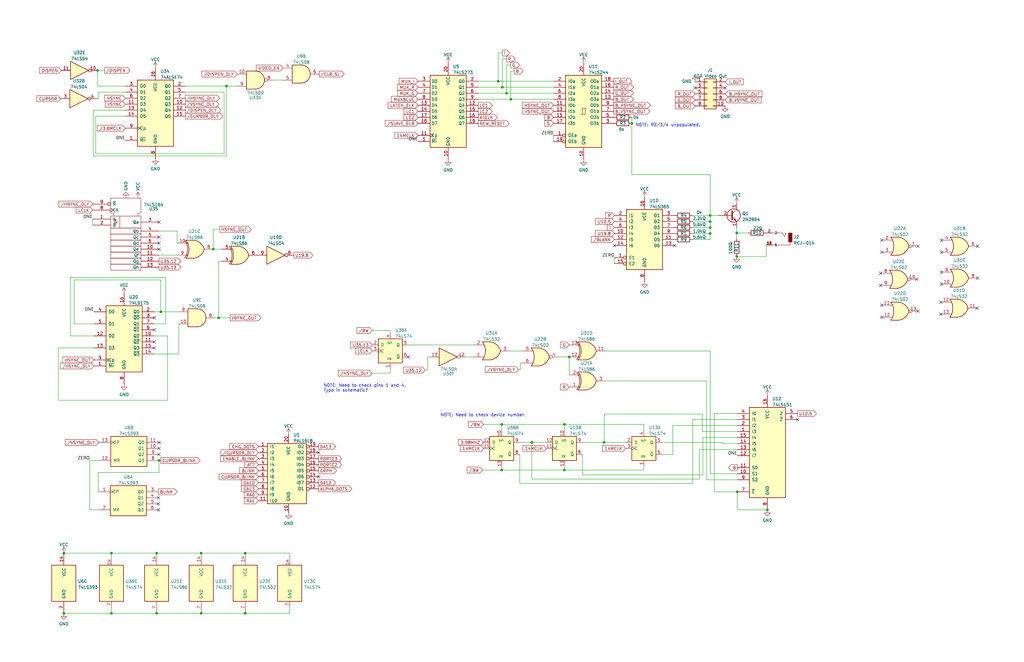
<source format=kicad_sch>
(kicad_sch (version 20211123) (generator eeschema)
  (paper "B")
  (title_block (title "Lomas Color Magic Redux") (date "2023-04-14") (rev "1.0-001") (company "Lomas Data Produtcs") (comment 1 "Redraw/modifications (c) Richard A. Cini") (comment 2 "Schematic page 1A"))
  (junction (at 237.998 198.374))
  (junction (at 46.99 258.826))
  (junction (at 211.836 36.83))
  (junction (at 224.282 186.69))
  (junction (at 84.836 233.426))
  (junction (at 310.642 108.204))
  (junction (at 299.466 98.552))
  (junction (at 323.596 215.138))
  (junction (at 266.446 52.07))
  (junction (at 95.504 36.322))
  (junction (at 310.896 207.518))
  (junction (at 26.924 233.426))
  (junction (at 215.392 41.91))
  (junction (at 299.466 93.472))
  (junction (at 210.058 34.29))
  (junction (at 41.148 29.718))
  (junction (at 299.466 96.012))
  (junction (at 67.056 194.31))
  (junction (at 103.378 233.426))
  (junction (at 84.836 258.826))
  (junction (at 67.818 131.572))
  (junction (at 66.04 233.426))
  (junction (at 46.99 233.426))
  (junction (at 211.582 198.374))
  (junction (at 310.642 98.298))
  (junction (at 26.924 258.826))
  (junction (at 213.614 39.37))
  (junction (at 89.916 105.156))
  (junction (at 92.202 134.112))
  (junction (at 254.762 186.69))
  (junction (at 66.04 258.826))
  (junction (at 299.466 90.932))
  (junction (at 237.998 179.07))
  (junction (at 211.582 179.07))
  (junction (at 103.378 258.826))
  (junction (at 240.03 150.622))
  (no_connect (at 412.242 103.886))
  (no_connect (at 387.096 103.886))
  (no_connect (at 396.748 127.508))
  (no_connect (at 65.024 134.112))
  (no_connect (at 412.242 117.348))
  (no_connect (at 371.856 101.346))
  (no_connect (at 134.366 201.168))
  (no_connect (at 397.002 101.346))
  (no_connect (at 305.816 37.084))
  (no_connect (at 386.588 117.856))
  (no_connect (at 387.096 131.318))
  (no_connect (at 65.024 146.812))
  (no_connect (at 284.48 103.632))
  (no_connect (at 371.348 120.396))
  (no_connect (at 66.802 210.058))
  (no_connect (at 66.802 215.138))
  (no_connect (at 134.366 191.008))
  (no_connect (at 67.056 191.77))
  (no_connect (at 293.116 37.084))
  (no_connect (at 371.348 115.316))
  (no_connect (at 396.748 132.588))
  (no_connect (at 259.08 103.632))
  (no_connect (at 411.988 130.048))
  (no_connect (at 67.056 100.076))
  (no_connect (at 67.056 189.23))
  (no_connect (at 67.056 105.156))
  (no_connect (at 371.856 133.858))
  (no_connect (at 65.024 144.272))
  (no_connect (at 397.002 106.426))
  (no_connect (at 397.002 119.888))
  (no_connect (at 172.212 150.622))
  (no_connect (at 371.856 128.778))
  (no_connect (at 397.002 114.808))
  (no_connect (at 65.024 139.192))
  (no_connect (at 67.056 186.69))
  (no_connect (at 336.296 177.038))
  (no_connect (at 66.802 212.598))
  (no_connect (at 67.056 102.616))
  (no_connect (at 67.056 93.726))
  (no_connect (at 371.856 106.426))
  (wire (pts (xy 29.718 117.094) (xy 69.85 117.094)))
  (wire (pts (xy 164.592 139.446) (xy 164.592 140.462)))
  (wire (pts (xy 304.8 187.198) (xy 310.896 187.198)))
  (wire (pts (xy 31.242 136.652) (xy 31.242 118.11)))
  (wire (pts (xy 292.1 98.552) (xy 299.466 98.552)))
  (wire (pts (xy 310.642 98.298) (xy 310.642 100.584)))
  (wire (pts (xy 39.624 136.652) (xy 31.242 136.652)))
  (wire (pts (xy 97.028 134.112) (xy 92.202 134.112)))
  (wire (pts (xy 89.916 96.774) (xy 89.916 105.156)))
  (wire (pts (xy 310.896 199.898) (xy 299.466 199.898)))
  (wire (pts (xy 156.972 139.446) (xy 164.592 139.446)))
  (wire (pts (xy 219.202 186.69) (xy 224.282 186.69)))
  (wire (pts (xy 214.884 148.082) (xy 220.218 148.082)))
  (wire (pts (xy 39.37 65.786) (xy 39.37 46.482)))
  (wire (pts (xy 297.942 202.438) (xy 297.942 160.782)))
  (wire (pts (xy 122.174 235.966) (xy 122.174 233.426)))
  (wire (pts (xy 40.386 64.77) (xy 40.386 49.022)))
  (wire (pts (xy 90.678 134.112) (xy 92.202 134.112)))
  (wire (pts (xy 164.592 157.48) (xy 156.972 157.48)))
  (wire (pts (xy 259.08 108.712) (xy 259.08 111.252)))
  (wire (pts (xy 235.458 150.622) (xy 240.03 150.622)))
  (wire (pts (xy 299.466 96.012) (xy 299.466 93.472)))
  (wire (pts (xy 89.916 105.156) (xy 93.472 105.156)))
  (wire (pts (xy 296.418 200.406) (xy 245.618 200.406)))
  (wire (pts (xy 26.924 258.826) (xy 46.99 258.826)))
  (wire (pts (xy 67.056 199.39) (xy 41.402 199.39)))
  (wire (pts (xy 310.642 96.012) (xy 310.642 98.298)))
  (wire (pts (xy 271.526 196.85) (xy 271.526 198.374)))
  (wire (pts (xy 46.99 233.426) (xy 66.04 233.426)))
  (wire (pts (xy 310.896 207.518) (xy 301.244 207.518)))
  (wire (pts (xy 95.504 36.322) (xy 100.076 36.322)))
  (wire (pts (xy 37.846 215.138) (xy 41.402 215.138)))
  (wire (pts (xy 122.174 258.826) (xy 103.378 258.826)))
  (wire (pts (xy 29.718 141.732) (xy 39.624 141.732)))
  (wire (pts (xy 39.37 46.482) (xy 52.832 46.482)))
  (wire (pts (xy 67.818 131.572) (xy 75.438 131.572)))
  (wire (pts (xy 211.836 24.892) (xy 211.836 36.83)))
  (wire (pts (xy 215.392 29.972) (xy 215.392 41.91)))
  (wire (pts (xy 180.34 156.21) (xy 180.34 150.622)))
  (wire (pts (xy 292.1 93.472) (xy 299.466 93.472)))
  (wire (pts (xy 292.1 96.012) (xy 299.466 96.012)))
  (wire (pts (xy 266.446 49.53) (xy 266.446 52.07)))
  (wire (pts (xy 67.056 194.31) (xy 67.818 194.31)))
  (wire (pts (xy 211.836 36.83) (xy 233.426 36.83)))
  (wire (pts (xy 24.638 146.812) (xy 39.624 146.812)))
  (wire (pts (xy 24.638 168.91) (xy 70.612 168.91)))
  (wire (pts (xy 310.896 182.118) (xy 296.164 182.118)))
  (wire (pts (xy 323.088 108.204) (xy 310.642 108.204)))
  (wire (pts (xy 292.1 203.962) (xy 219.202 203.962)))
  (wire (pts (xy 292.1 101.092) (xy 299.466 101.092)))
  (wire (pts (xy 65.024 131.572) (xy 67.818 131.572)))
  (wire (pts (xy 210.058 22.352) (xy 210.058 34.29)))
  (wire (pts (xy 279.146 186.69) (xy 304.8 186.69)))
  (wire (pts (xy 78.232 38.862) (xy 94.488 38.862)))
  (wire (pts (xy 65.024 149.352) (xy 75.438 149.352)))
  (wire (pts (xy 279.146 191.77) (xy 283.718 191.77)))
  (wire (pts (xy 211.582 179.07) (xy 237.998 179.07)))
  (wire (pts (xy 41.148 36.322) (xy 52.832 36.322)))
  (wire (pts (xy 40.894 41.656) (xy 41.656 41.656)))
  (wire (pts (xy 310.642 98.298) (xy 315.468 98.298)))
  (wire (pts (xy 310.896 202.438) (xy 297.942 202.438)))
  (wire (pts (xy 46.99 233.426) (xy 46.99 235.966)))
  (wire (pts (xy 283.718 191.77) (xy 283.718 179.578)))
  (wire (pts (xy 40.386 49.022) (xy 52.832 49.022)))
  (wire (pts (xy 299.466 73.66) (xy 299.466 90.932)))
  (wire (pts (xy 29.718 141.732) (xy 29.718 117.094)))
  (wire (pts (xy 203.962 179.07) (xy 211.582 179.07)))
  (wire (pts (xy 213.614 39.37) (xy 233.426 39.37)))
  (wire (pts (xy 237.998 198.374) (xy 271.526 198.374)))
  (wire (pts (xy 254.762 174.752) (xy 254.762 186.69)))
  (wire (pts (xy 213.614 24.892) (xy 211.836 24.892)))
  (wire (pts (xy 210.058 34.29) (xy 233.426 34.29)))
  (wire (pts (xy 92.202 110.236) (xy 92.202 134.112)))
  (wire (pts (xy 41.656 41.656) (xy 41.656 38.862)))
  (wire (pts (xy 299.466 98.552) (xy 299.466 96.012)))
  (wire (pts (xy 294.894 189.738) (xy 294.894 202.184)))
  (wire (pts (xy 70.612 141.732) (xy 70.612 168.91)))
  (wire (pts (xy 164.592 155.702) (xy 164.592 157.48)))
  (wire (pts (xy 294.894 202.184) (xy 224.282 202.184)))
  (wire (pts (xy 46.99 258.826) (xy 66.04 258.826)))
  (wire (pts (xy 95.504 36.322) (xy 95.504 65.786)))
  (wire (pts (xy 41.656 38.862) (xy 52.832 38.862)))
  (wire (pts (xy 215.392 27.432) (xy 213.614 27.432)))
  (wire (pts (xy 65.024 141.732) (xy 70.612 141.732)))
  (wire (pts (xy 24.638 168.91) (xy 24.638 146.812)))
  (wire (pts (xy 255.27 160.782) (xy 297.942 160.782)))
  (wire (pts (xy 296.164 182.118) (xy 296.164 174.752)))
  (wire (pts (xy 92.202 110.236) (xy 93.472 110.236)))
  (wire (pts (xy 237.998 179.07) (xy 237.998 181.61)))
  (wire (pts (xy 296.418 184.658) (xy 296.418 200.406)))
  (wire (pts (xy 74.676 97.536) (xy 67.056 97.536)))
  (wire (pts (xy 122.174 256.286) (xy 122.174 258.826)))
  (wire (pts (xy 299.466 101.092) (xy 299.466 98.552)))
  (wire (pts (xy 310.896 215.138) (xy 310.896 207.518)))
  (wire (pts (xy 213.614 27.432) (xy 213.614 39.37)))
  (wire (pts (xy 66.04 258.826) (xy 84.836 258.826)))
  (wire (pts (xy 245.618 200.406) (xy 245.618 191.77)))
  (wire (pts (xy 122.174 233.426) (xy 103.378 233.426)))
  (wire (pts (xy 266.446 73.66) (xy 299.466 73.66)))
  (wire (pts (xy 304.8 186.69) (xy 304.8 187.198)))
  (wire (pts (xy 323.596 215.138) (xy 310.896 215.138)))
  (wire (pts (xy 237.998 179.07) (xy 271.526 179.07)))
  (wire (pts (xy 310.896 177.038) (xy 292.1 177.038)))
  (wire (pts (xy 255.27 148.082) (xy 299.466 148.082)))
  (wire (pts (xy 233.426 57.15) (xy 233.426 59.69)))
  (wire (pts (xy 219.456 153.162) (xy 220.218 153.162)))
  (wire (pts (xy 299.466 199.898) (xy 299.466 148.082)))
  (wire (pts (xy 201.676 39.37) (xy 213.614 39.37)))
  (wire (pts (xy 115.316 33.782) (xy 119.38 33.782)))
  (wire (pts (xy 74.676 102.616) (xy 74.676 97.536)))
  (wire (pts (xy 67.056 194.31) (xy 67.056 199.39)))
  (wire (pts (xy 292.1 177.038) (xy 292.1 203.962)))
  (wire (pts (xy 31.242 118.11) (xy 67.818 118.11)))
  (wire (pts (xy 211.582 198.374) (xy 237.998 198.374)))
  (wire (pts (xy 219.202 191.77) (xy 219.202 203.962)))
  (wire (pts (xy 196.596 150.622) (xy 199.644 150.622)))
  (wire (pts (xy 69.85 117.094) (xy 69.85 136.652)))
  (wire (pts (xy 84.836 233.426) (xy 103.378 233.426)))
  (wire (pts (xy 254.762 186.69) (xy 263.906 186.69)))
  (wire (pts (xy 179.324 156.21) (xy 180.34 156.21)))
  (wire (pts (xy 41.656 194.31) (xy 37.846 194.31)))
  (wire (pts (xy 41.148 29.718) (xy 44.196 29.718)))
  (wire (pts (xy 201.676 36.83) (xy 211.836 36.83)))
  (wire (pts (xy 237.998 198.374) (xy 237.998 196.85)))
  (wire (pts (xy 323.088 103.378) (xy 323.088 108.204)))
  (wire (pts (xy 211.836 22.352) (xy 210.058 22.352)))
  (wire (pts (xy 271.526 179.07) (xy 271.526 181.61)))
  (wire (pts (xy 201.676 41.91) (xy 215.392 41.91)))
  (wire (pts (xy 180.34 150.622) (xy 181.356 150.622)))
  (wire (pts (xy 67.818 118.11) (xy 67.818 131.572)))
  (wire (pts (xy 40.386 64.77) (xy 94.488 64.77)))
  (wire (pts (xy 301.244 174.498) (xy 310.896 174.498)))
  (wire (pts (xy 201.676 34.29) (xy 210.058 34.29)))
  (wire (pts (xy 218.694 155.956) (xy 219.456 155.956)))
  (wire (pts (xy 299.466 93.472) (xy 299.466 90.932)))
  (wire (pts (xy 224.282 186.69) (xy 224.282 202.184)))
  (wire (pts (xy 203.454 198.374) (xy 211.582 198.374)))
  (wire (pts (xy 299.466 90.932) (xy 303.022 90.932)))
  (wire (pts (xy 172.212 145.542) (xy 199.644 145.542)))
  (wire (pts (xy 37.846 194.31) (xy 37.846 215.138)))
  (wire (pts (xy 39.116 92.456) (xy 39.116 94.996)))
  (wire (pts (xy 266.446 52.07) (xy 266.446 73.66)))
  (wire (pts (xy 95.504 65.786) (xy 39.37 65.786)))
  (wire (pts (xy 41.148 29.718) (xy 41.148 36.322)))
  (wire (pts (xy 240.03 150.622) (xy 240.03 158.242)))
  (wire (pts (xy 84.836 258.826) (xy 103.378 258.826)))
  (wire (pts (xy 296.164 174.752) (xy 254.762 174.752)))
  (wire (pts (xy 94.488 38.862) (xy 94.488 64.77)))
  (wire (pts (xy 216.916 29.972) (xy 215.392 29.972)))
  (wire (pts (xy 69.85 136.652) (xy 65.024 136.652)))
  (wire (pts (xy 310.896 184.658) (xy 296.418 184.658)))
  (wire (pts (xy 46.99 258.826) (xy 46.99 256.286)))
  (wire (pts (xy 292.1 90.932) (xy 299.466 90.932)))
  (wire (pts (xy 26.924 233.426) (xy 46.99 233.426)))
  (wire (pts (xy 310.896 189.738) (xy 294.894 189.738)))
  (wire (pts (xy 78.232 36.322) (xy 95.504 36.322)))
  (wire (pts (xy 67.056 107.696) (xy 74.676 107.696)))
  (wire (pts (xy 75.438 149.352) (xy 75.438 136.652)))
  (wire (pts (xy 283.718 179.578) (xy 310.896 179.578)))
  (wire (pts (xy 211.582 198.374) (xy 211.582 196.85)))
  (wire (pts (xy 41.402 199.39) (xy 41.402 207.518)))
  (wire (pts (xy 66.04 233.426) (xy 84.836 233.426)))
  (wire (pts (xy 215.392 41.91) (xy 233.426 41.91)))
  (wire (pts (xy 301.244 207.518) (xy 301.244 174.498)))
  (wire (pts (xy 245.618 186.69) (xy 254.762 186.69)))
  (wire (pts (xy 92.71 96.774) (xy 89.916 96.774)))
  (wire (pts (xy 224.282 186.69) (xy 230.378 186.69)))
  (wire (pts (xy 219.456 155.956) (xy 219.456 153.162)))
  (wire (pts (xy 211.582 179.07) (xy 211.582 181.61)))
  (text "NOTE: Need to check pins 1 and 4.\nTypo in schematic?" (at 136.398 165.608 0) (effects (font (size 1.27 1.27)) (justify left bottom)))
  (text "NOTE: R2/3/4 unpopulated." (at 267.97 53.594 0) (effects (font (size 1.27 1.27)) (justify left bottom)))
  (text "NOTE: Need to check device number." (at 185.674 176.022 0) (effects (font (size 1.27 1.27)) (justify left bottom)))
  (label "ZERO" (at 37.846 194.31 180))
  (label "ONE" (at 39.116 92.456 180))
  (label "ONE" (at 39.624 131.572 180))
  (label "ONE" (at 176.276 59.69 180))
  (label "ONE" (at 310.896 192.278 180))
  (label "ZERO" (at 259.08 108.712 180))
  (label "ZERO" (at 233.426 57.15 180))
  (label "ONE" (at 52.832 59.182 180))
  (global_label "{slash}3.6MCLK" (shape input) (at 52.832 54.102 180) (property "Intersheet References" "${INTERSHEET_REFS}" (effects hide)))
  (global_label "AT7" (shape input) (at 108.966 196.088 180) (property "Intersheet References" "${INTERSHEET_REFS}" (effects hide)))
  (global_label "U35.12" (shape output) (at 67.056 110.236 0) (property "Intersheet References" "${INTERSHEET_REFS}" (effects hide)))
  (global_label "14MCLK" (shape input) (at 230.378 189.23 180) (property "Intersheet References" "${INTERSHEET_REFS}" (effects hide)))
  (global_label "DISPEN" (shape input) (at 25.908 29.718 180) (property "Intersheet References" "${INTERSHEET_REFS}" (effects hide)))
  (global_label "{slash}DISPEN" (shape output) (at 44.196 29.718 0) (property "Intersheet References" "${INTERSHEET_REFS}" (effects hide)))
  (global_label "{slash}BW" (shape input) (at 203.962 179.07 180) (property "Intersheet References" "${INTERSHEET_REFS}" (effects hide)))
  (global_label "VSYNC" (shape input) (at 52.832 43.942 180) (property "Intersheet References" "${INTERSHEET_REFS}" (effects hide)))
  (global_label "RA1" (shape input) (at 108.966 211.328 180) (property "Intersheet References" "${INTERSHEET_REFS}" (effects hide)))
  (global_label "VSYNC_OUT" (shape output) (at 97.028 134.112 0) (property "Intersheet References" "${INTERSHEET_REFS}" (effects hide)))
  (global_label "R_OUT" (shape input) (at 293.116 39.624 180) (property "Intersheet References" "${INTERSHEET_REFS}" (effects hide)))
  (global_label "G" (shape input) (at 233.426 52.07 180) (property "Intersheet References" "${INTERSHEET_REFS}" (effects hide)))
  (global_label "LCLK" (shape input) (at 156.972 148.082 180) (property "Intersheet References" "${INTERSHEET_REFS}" (effects hide)))
  (global_label "RA0" (shape input) (at 108.966 208.788 180) (property "Intersheet References" "${INTERSHEET_REFS}" (effects hide)))
  (global_label "U12.5" (shape output) (at 336.296 174.498 0) (property "Intersheet References" "${INTERSHEET_REFS}" (effects hide)))
  (global_label "{slash}HSYNC_DLY" (shape output) (at 78.232 41.402 0) (property "Intersheet References" "${INTERSHEET_REFS}" (effects hide)))
  (global_label "LC2" (shape output) (at 201.676 46.99 0) (property "Intersheet References" "${INTERSHEET_REFS}" (effects hide)))
  (global_label "CURSOR_BLINK" (shape output) (at 67.818 194.31 0) (property "Intersheet References" "${INTERSHEET_REFS}" (effects hide)))
  (global_label "{slash}VSYNC_DLY" (shape input) (at 218.694 155.956 180) (property "Intersheet References" "${INTERSHEET_REFS}" (effects hide)))
  (global_label "LC1" (shape output) (at 201.676 44.45 0) (property "Intersheet References" "${INTERSHEET_REFS}" (effects hide)))
  (global_label "VSYNC_OUT" (shape input) (at 233.426 46.99 180) (property "Intersheet References" "${INTERSHEET_REFS}" (effects hide)))
  (global_label "VIDEO_EN" (shape input) (at 119.38 28.702 180) (property "Intersheet References" "${INTERSHEET_REFS}" (effects hide)))
  (global_label "MUX_R" (shape input) (at 176.276 36.83 180) (property "Intersheet References" "${INTERSHEET_REFS}" (effects hide)))
  (global_label "GA12" (shape input) (at 108.966 203.708 180) (property "Intersheet References" "${INTERSHEET_REFS}" (effects hide)))
  (global_label "14MCLK" (shape input) (at 263.906 189.23 180) (property "Intersheet References" "${INTERSHEET_REFS}" (effects hide)))
  (global_label "U19.8" (shape input) (at 259.08 98.552 180) (property "Intersheet References" "${INTERSHEET_REFS}" (effects hide)))
  (global_label "14MCLK" (shape input) (at 203.962 189.23 180) (property "Intersheet References" "${INTERSHEET_REFS}" (effects hide)))
  (global_label "NEW_RESET" (shape output) (at 201.676 52.07 0) (property "Intersheet References" "${INTERSHEET_REFS}" (effects hide)))
  (global_label "I_OUT" (shape input) (at 305.816 34.544 0) (property "Intersheet References" "${INTERSHEET_REFS}" (effects hide)))
  (global_label "ALPHA_DOTS" (shape output) (at 134.366 206.248 0) (property "Intersheet References" "${INTERSHEET_REFS}" (effects hide)))
  (global_label "B_OUT" (shape input) (at 293.116 44.704 180) (property "Intersheet References" "${INTERSHEET_REFS}" (effects hide)))
  (global_label "BLINK" (shape output) (at 66.802 207.518 0) (property "Intersheet References" "${INTERSHEET_REFS}" (effects hide)))
  (global_label "B_VSYNC_OUT" (shape output) (at 258.826 46.99 0) (property "Intersheet References" "${INTERSHEET_REFS}" (effects hide)))
  (global_label "U35.13" (shape output) (at 67.056 112.776 0) (property "Intersheet References" "${INTERSHEET_REFS}" (effects hide)))
  (global_label "B" (shape input) (at 233.426 49.53 180) (property "Intersheet References" "${INTERSHEET_REFS}" (effects hide)))
  (global_label "LC1" (shape input) (at 176.276 46.99 180) (property "Intersheet References" "${INTERSHEET_REFS}" (effects hide)))
  (global_label "HSYNC_OUT" (shape input) (at 233.426 44.45 180) (property "Intersheet References" "${INTERSHEET_REFS}" (effects hide)))
  (global_label "PORTC2" (shape output) (at 134.366 196.088 0) (property "Intersheet References" "${INTERSHEET_REFS}" (effects hide)))
  (global_label "HSYNC_OUT" (shape input) (at 39.624 151.892 180) (property "Intersheet References" "${INTERSHEET_REFS}" (effects hide)))
  (global_label "U19.8" (shape output) (at 123.952 107.696 0) (property "Intersheet References" "${INTERSHEET_REFS}" (effects hide)))
  (global_label "B" (shape output) (at 310.896 197.358 180) (property "Intersheet References" "${INTERSHEET_REFS}" (effects hide)))
  (global_label "U12.5" (shape input) (at 259.08 93.472 180) (property "Intersheet References" "${INTERSHEET_REFS}" (effects hide)))
  (global_label "{slash}CURSOR_DLY" (shape output) (at 78.232 49.022 0) (property "Intersheet References" "${INTERSHEET_REFS}" (effects hide)))
  (global_label "PORTC3" (shape output) (at 134.366 193.548 0) (property "Intersheet References" "${INTERSHEET_REFS}" (effects hide)))
  (global_label "{slash}BW" (shape input) (at 203.454 198.374 180) (property "Intersheet References" "${INTERSHEET_REFS}" (effects hide)))
  (global_label "{slash}BW" (shape input) (at 156.972 139.446 180) (property "Intersheet References" "${INTERSHEET_REFS}" (effects hide)))
  (global_label "U35.12" (shape input) (at 179.324 156.21 180) (property "Intersheet References" "${INTERSHEET_REFS}" (effects hide)))
  (global_label "CHG_DOTS" (shape input) (at 108.966 188.468 180) (property "Intersheet References" "${INTERSHEET_REFS}" (effects hide)))
  (global_label "{slash}DISPEN_DLY" (shape output) (at 78.232 46.482 0) (property "Intersheet References" "${INTERSHEET_REFS}" (effects hide)))
  (global_label "G" (shape input) (at 240.03 145.542 180) (property "Intersheet References" "${INTERSHEET_REFS}" (effects hide)))
  (global_label "G" (shape output) (at 215.392 27.432 0) (property "Intersheet References" "${INTERSHEET_REFS}" (effects hide)))
  (global_label "U35.13" (shape input) (at 156.972 145.542 180) (property "Intersheet References" "${INTERSHEET_REFS}" (effects hide)))
  (global_label "B_HSYNC_OUT" (shape input) (at 305.816 39.624 0) (property "Intersheet References" "${INTERSHEET_REFS}" (effects hide)))
  (global_label "G_OUT" (shape input) (at 293.116 42.164 180) (property "Intersheet References" "${INTERSHEET_REFS}" (effects hide)))
  (global_label "14MCLK" (shape input) (at 176.276 57.15 180) (property "Intersheet References" "${INTERSHEET_REFS}" (effects hide)))
  (global_label "I" (shape output) (at 211.836 22.352 0) (property "Intersheet References" "${INTERSHEET_REFS}" (effects hide)))
  (global_label "ATCLK" (shape output) (at 201.676 49.53 0) (property "Intersheet References" "${INTERSHEET_REFS}" (effects hide)))
  (global_label "{slash}BLANK" (shape input) (at 259.08 101.092 180) (property "Intersheet References" "${INTERSHEET_REFS}" (effects hide)))
  (global_label "R" (shape input) (at 259.08 90.932 180) (property "Intersheet References" "${INTERSHEET_REFS}" (effects hide)))
  (global_label "3.58MHZ" (shape input) (at 203.962 186.69 180) (property "Intersheet References" "${INTERSHEET_REFS}" (effects hide)))
  (global_label "B" (shape output) (at 216.916 29.972 0) (property "Intersheet References" "${INTERSHEET_REFS}" (effects hide)))
  (global_label "BLINK" (shape input) (at 108.966 198.628 180) (property "Intersheet References" "${INTERSHEET_REFS}" (effects hide)))
  (global_label "LC2" (shape input) (at 176.276 49.53 180) (property "Intersheet References" "${INTERSHEET_REFS}" (effects hide)))
  (global_label "LCLK" (shape input) (at 39.116 88.646 180) (property "Intersheet References" "${INTERSHEET_REFS}" (effects hide)))
  (global_label "B_OUT" (shape output) (at 258.826 41.91 0) (property "Intersheet References" "${INTERSHEET_REFS}" (effects hide)))
  (global_label "ENABLE_BLINK" (shape input) (at 108.966 193.548 180) (property "Intersheet References" "${INTERSHEET_REFS}" (effects hide)))
  (global_label "B_HSYNC_OUT" (shape output) (at 258.826 44.45 0) (property "Intersheet References" "${INTERSHEET_REFS}" (effects hide)))
  (global_label "{slash}DISPEN_DLY" (shape input) (at 100.076 31.242 180) (property "Intersheet References" "${INTERSHEET_REFS}" (effects hide)))
  (global_label "R_OUT" (shape output) (at 258.826 36.83 0) (property "Intersheet References" "${INTERSHEET_REFS}" (effects hide)))
  (global_label "CURSOR_BLINK" (shape input) (at 108.966 201.168 180) (property "Intersheet References" "${INTERSHEET_REFS}" (effects hide)))
  (global_label "{slash}VSYNC_DLY" (shape input) (at 41.656 186.69 180) (property "Intersheet References" "${INTERSHEET_REFS}" (effects hide)))
  (global_label "{slash}HSYNC_DLY" (shape input) (at 156.972 157.48 180) (property "Intersheet References" "${INTERSHEET_REFS}" (effects hide)))
  (global_label "I_OUT" (shape output) (at 258.826 34.29 0) (property "Intersheet References" "${INTERSHEET_REFS}" (effects hide)))
  (global_label "LATCH_CLK" (shape input) (at 176.276 44.45 180) (property "Intersheet References" "${INTERSHEET_REFS}" (effects hide)))
  (global_label "DA13" (shape output) (at 134.366 188.468 0) (property "Intersheet References" "${INTERSHEET_REFS}" (effects hide)))
  (global_label "MUX_G" (shape input) (at 176.276 39.37 180) (property "Intersheet References" "${INTERSHEET_REFS}" (effects hide)))
  (global_label "R" (shape output) (at 213.614 24.892 0) (property "Intersheet References" "${INTERSHEET_REFS}" (effects hide)))
  (global_label "{slash}HSYNC_DLY" (shape input) (at 39.116 86.106 180) (property "Intersheet References" "${INTERSHEET_REFS}" (effects hide)))
  (global_label "{slash}VSYNC_DLY" (shape input) (at 39.624 154.432 180) (property "Intersheet References" "${INTERSHEET_REFS}" (effects hide)))
  (global_label "{slash}VSYNC_DLY" (shape output) (at 78.232 43.942 0) (property "Intersheet References" "${INTERSHEET_REFS}" (effects hide)))
  (global_label "MUX_I" (shape input) (at 176.276 34.29 180) (property "Intersheet References" "${INTERSHEET_REFS}" (effects hide)))
  (global_label "GRPH" (shape output) (at 134.366 198.628 0) (property "Intersheet References" "${INTERSHEET_REFS}" (effects hide)))
  (global_label "B_VSYNC_OUT" (shape input) (at 305.816 42.164 0) (property "Intersheet References" "${INTERSHEET_REFS}" (effects hide)))
  (global_label "MUXBLUE" (shape input) (at 176.276 41.91 180) (property "Intersheet References" "${INTERSHEET_REFS}" (effects hide)))
  (global_label "{slash}CLR_SL" (shape output) (at 134.62 31.242 0) (property "Intersheet References" "${INTERSHEET_REFS}" (effects hide)))
  (global_label "G_OUT" (shape output) (at 258.826 39.37 0) (property "Intersheet References" "${INTERSHEET_REFS}" (effects hide)))
  (global_label "{slash}SLAVE_CLR" (shape input) (at 176.276 52.07 180) (property "Intersheet References" "${INTERSHEET_REFS}" (effects hide)))
  (global_label "DA12" (shape output) (at 134.366 203.708 0) (property "Intersheet References" "${INTERSHEET_REFS}" (effects hide)))
  (global_label "HSYNC_OUT" (shape output) (at 92.71 96.774 0) (property "Intersheet References" "${INTERSHEET_REFS}" (effects hide)))
  (global_label "{slash}CURSOR_DLY" (shape input) (at 108.966 191.008 180) (property "Intersheet References" "${INTERSHEET_REFS}" (effects hide)))
  (global_label "GA13" (shape input) (at 108.966 206.248 180) (property "Intersheet References" "${INTERSHEET_REFS}" (effects hide)))
  (global_label "I" (shape input) (at 259.08 96.012 180) (property "Intersheet References" "${INTERSHEET_REFS}" (effects hide)))
  (global_label "R" (shape input) (at 240.03 163.322 180) (property "Intersheet References" "${INTERSHEET_REFS}" (effects hide)))
  (global_label "CURSOR" (shape input) (at 25.654 41.656 180) (property "Intersheet References" "${INTERSHEET_REFS}" (effects hide)))
  (global_label "HSYNC" (shape input) (at 52.832 41.402 180) (property "Intersheet References" "${INTERSHEET_REFS}" (effects hide)))
  (symbol (lib_id "74xx:74LS74") (at 237.998 189.23 0) (unit 2)
    (property "Reference" "U13" (at 240.0174 180.4502 0) (effects (justify left)))
    (property "Value" "74LS74" (at 240.0174 182.9871 0) (effects (justify left)))
    (property "Footprint" "Package_DIP:DIP-14_W7.62mm_Socket_LongPads" (effects hide))
    (property "Datasheet" "74xx/74hc_hct74.pdf" (effects hide))
  )
  (symbol (lib_id "Device:R") (at 288.29 96.012 90) (unit 1)
    (property "Reference" "R6" (at 288.29 96.012 90))
    (property "Value" "5.6kQ" (at 294.894 94.742 90))
    (property "Footprint" "Resistor_THT:R_Axial_DIN0204_L3.6mm_D1.6mm_P5.08mm_Horizontal" (effects hide))
  )
  (symbol (lib_id "74xx:74LS175") (at 52.324 141.732 0) (unit 1)
    (property "Reference" "U20" (at 54.3434 125.3322 0) (effects (justify left)))
    (property "Value" "74LS175" (at 54.3434 127.8691 0) (effects (justify left)))
    (property "Footprint" "Package_DIP:DIP-16_W7.62mm_Socket_LongPads" (effects hide))
    (property "Datasheet" "http://www.ti.com/lit/gpn/sn74LS175" (effects hide))
  )
  (symbol (lib_id "74xx:74LS74") (at 122.174 246.126 0) (unit 3)
    (property "Reference" "U13" (at 128.016 245.2913 0) (effects (justify left)))
    (property "Value" "74LS74" (at 128.016 247.8282 0) (effects (justify left)))
    (property "Footprint" "Package_DIP:DIP-14_W7.62mm_Socket_LongPads" (effects hide))
    (property "Datasheet" "74xx/74hc_hct74.pdf" (effects hide))
  )
  (symbol (lib_id "74xx:74LS86") (at 247.65 160.782 0) (mirror x) (unit 1)
    (property "Reference" "U21" (at 247.3452 153.2722 0))
    (property "Value" "74LS86" (at 247.3452 155.8091 0))
    (property "Footprint" "Package_DIP:DIP-14_W7.62mm_Socket_LongPads" (effects hide))
    (property "Datasheet" "74xx/74ls86.pdf" (effects hide))
  )
  (symbol (lib_id "74xx:74LS86") (at 66.04 246.126 0) (unit 5)
    (property "Reference" "U21" (at 71.882 245.2913 0) (effects (justify left)))
    (property "Value" "74LS86" (at 71.882 247.8282 0) (effects (justify left)))
    (property "Footprint" "Package_DIP:DIP-14_W7.62mm_Socket_LongPads" (effects hide))
    (property "Datasheet" "74xx/74ls86.pdf" (effects hide))
  )
  (symbol (lib_id "power:VCC") (at 323.596 166.878 0) (unit 1)
    (property "Reference" "#PWR0625" (effects hide))
    (property "Value" "VCC" (at 323.596 163.3022 0))
  )
  (symbol (lib_id "power:VCC") (at 246.126 26.67 0) (unit 1)
    (property "Reference" "#PWR0616" (effects hide))
    (property "Value" "VCC" (at 246.126 23.0942 0))
  )
  (symbol (lib_id "Transistor_BJT:2N3904") (at 308.102 90.932 0) (unit 1)
    (property "Reference" "Q1" (at 312.9534 90.0973 0) (effects (justify left)))
    (property "Value" "2N3904" (at 312.9534 92.6342 0) (effects (justify left)))
    (property "Footprint" "Package_TO_SOT_THT:TO-92" (effects hide))
    (property "Datasheet" "https://www.onsemi.com/pub/Collateral/2N3903-D.PDF" (effects hide))
  )
  (symbol (lib_id "74xx:74LS08") (at 127 31.242 0) (unit 2)
    (property "Reference" "U9" (at 127 23.7322 0))
    (property "Value" "74LS08" (at 127 26.2691 0))
    (property "Footprint" "Package_DIP:DIP-14_W7.62mm_Socket_LongPads" (effects hide))
    (property "Datasheet" "http://www.ti.com/lit/gpn/sn74LS08" (effects hide))
  )
  (symbol (lib_id "74xx:74LS74") (at 164.592 148.082 0) (unit 1)
    (property "Reference" "U36" (at 166.6114 139.3022 0) (effects (justify left)))
    (property "Value" "74LS74" (at 166.6114 141.8391 0) (effects (justify left)))
    (property "Footprint" "Package_DIP:DIP-14_W7.62mm_Socket_LongPads" (effects hide))
    (property "Datasheet" "74xx/74hc_hct74.pdf" (effects hide))
  )
  (symbol (lib_id "74xx:74LS04") (at 33.528 29.718 0) (unit 5)
    (property "Reference" "U32" (at 33.528 22.2082 0))
    (property "Value" "74LS04" (at 33.528 24.7451 0))
    (property "Footprint" "Package_DIP:DIP-14_W7.62mm_Socket_LongPads" (effects hide))
    (property "Datasheet" "http://www.ti.com/lit/gpn/sn74LS04" (effects hide))
  )
  (symbol (lib_id "power:VCC") (at 58.166 83.566 0) (unit 1)
    (property "Reference" "#PWR0103" (effects hide))
    (property "Value" "VCC" (at 58.166 76.708 90) (effects (justify right)))
  )
  (symbol (lib_id "74xx:74LS32") (at 207.264 148.082 0) (mirror x) (unit 1)
    (property "Reference" "U31" (at 207.264 140.5722 0))
    (property "Value" "74LS32" (at 207.264 143.1091 0))
    (property "Footprint" "Package_DIP:DIP-14_W7.62mm_Socket_LongPads" (effects hide))
    (property "Datasheet" "http://www.ti.com/lit/gpn/sn74LS32" (effects hide))
  )
  (symbol (lib_id "power:GND") (at 293.116 34.544 180) (unit 1)
    (property "Reference" "#PWR0620" (effects hide))
    (property "Value" "GND" (at 287.528 34.29 0) (effects (justify right)))
  )
  (symbol (lib_id "74xx:74LS02") (at 378.968 117.856 0) (unit 3)
    (property "Reference" "U22" (at 378.968 110.3462 0))
    (property "Value" "74LS02" (at 378.968 112.8831 0))
    (property "Footprint" "Package_DIP:DIP-14_W7.62mm_Socket_LongPads" (effects hide))
    (property "Datasheet" "http://www.ti.com/lit/gpn/sn74ls02" (effects hide))
  )
  (symbol (lib_id "power:GND") (at 188.976 67.31 0) (unit 1)
    (property "Reference" "#PWR0615" (effects hide))
    (property "Value" "GND" (at 188.976 71.7534 0))
  )
  (symbol (lib_id "Device:R") (at 288.29 101.092 90) (unit 1)
    (property "Reference" "R9" (at 288.29 101.092 90))
    (property "Value" "5.6kQ" (at 294.894 100.076 90))
    (property "Footprint" "Resistor_THT:R_Axial_DIN0204_L3.6mm_D1.6mm_P5.08mm_Horizontal" (effects hide))
  )
  (symbol (lib_id "power:GND") (at 121.666 216.408 0) (unit 1)
    (property "Reference" "#PWR0612" (effects hide))
    (property "Value" "GND" (at 121.666 220.8514 0))
  )
  (symbol (lib_id "74xx:74LS365") (at 271.78 101.092 0) (unit 1)
    (property "Reference" "U10" (at 273.7994 84.6922 0) (effects (justify left)))
    (property "Value" "74LS365" (at 273.7994 87.2291 0) (effects (justify left)))
    (property "Footprint" "Package_DIP:DIP-16_W7.62mm_Socket_LongPads" (effects hide))
    (property "Datasheet" "http://www.ti.com/lit/gpn/sn74LS365" (effects hide))
  )
  (symbol (lib_id "Device:R") (at 262.636 49.53 90) (unit 1)
    (property "Reference" "R2" (at 262.636 49.53 90))
    (property "Value" "0k" (at 268.224 49.53 90))
    (property "Footprint" "Resistor_THT:R_Axial_DIN0204_L3.6mm_D1.6mm_P5.08mm_Horizontal" (effects hide))
  )
  (symbol (lib_id "74xx:74LS32") (at 84.836 246.126 0) (unit 5)
    (property "Reference" "U31" (at 90.678 245.2913 0) (effects (justify left)))
    (property "Value" "74LS32" (at 90.678 247.8282 0) (effects (justify left)))
    (property "Footprint" "Package_DIP:DIP-14_W7.62mm_Socket_LongPads" (effects hide))
    (property "Datasheet" "http://www.ti.com/lit/gpn/sn74LS32" (effects hide))
  )
  (symbol (lib_id "74xx:74LS32") (at 404.622 117.348 0) (unit 3)
    (property "Reference" "U31" (at 404.622 109.8382 0))
    (property "Value" "74LS32" (at 404.622 112.3751 0))
    (property "Footprint" "Package_DIP:DIP-14_W7.62mm_Socket_LongPads" (effects hide))
    (property "Datasheet" "http://www.ti.com/lit/gpn/sn74LS32" (effects hide))
  )
  (symbol (lib_id "74xx:74LS74") (at 211.582 189.23 0) (unit 2)
    (property "Reference" "U36" (at 213.6014 180.4502 0) (effects (justify left)))
    (property "Value" "74LS74" (at 213.6014 182.9871 0) (effects (justify left)))
    (property "Footprint" "Package_DIP:DIP-14_W7.62mm_Socket_LongPads" (effects hide))
    (property "Datasheet" "74xx/74hc_hct74.pdf" (effects hide))
  )
  (symbol (lib_id "power:GND") (at 305.816 44.704 0) (unit 1)
    (property "Reference" "#PWR0621" (effects hide))
    (property "Value" "GND" (at 305.816 49.1474 0))
  )
  (symbol (lib_id "power:GND") (at 246.126 67.31 0) (unit 1)
    (property "Reference" "#PWR0617" (effects hide))
    (property "Value" "GND" (at 246.126 71.7534 0))
  )
  (symbol (lib_id "74xx:74LS02") (at 379.476 103.886 0) (unit 1)
    (property "Reference" "U22" (at 379.476 96.3762 0))
    (property "Value" "74LS02" (at 379.476 98.9131 0))
    (property "Footprint" "Package_DIP:DIP-14_W7.62mm_Socket_LongPads" (effects hide))
    (property "Datasheet" "http://www.ti.com/lit/gpn/sn74ls02" (effects hide))
  )
  (symbol (lib_id "RAC_Custom:RCJ-014") (at 330.708 100.838 180) (unit 1)
    (property "Reference" "J2" (at 334.645 100.0033 0) (effects (justify right)))
    (property "Value" "RCJ-014" (at 334.645 102.5402 0) (effects (justify right)))
    (property "Footprint" "CUI:CUI_RCJ-014" (effects hide))
  )
  (symbol (lib_id "74xx:74LS08") (at 83.058 134.112 0) (unit 3)
    (property "Reference" "U9" (at 83.058 126.6022 0))
    (property "Value" "74LS08" (at 83.058 129.1391 0))
    (property "Footprint" "Package_DIP:DIP-14_W7.62mm_Socket_LongPads" (effects hide))
    (property "Datasheet" "http://www.ti.com/lit/gpn/sn74LS08" (effects hide))
  )
  (symbol (lib_id "power:VCC") (at 310.642 85.852 0) (unit 1)
    (property "Reference" "#PWR0622" (effects hide))
    (property "Value" "VCC" (at 310.642 82.2762 0))
  )
  (symbol (lib_id "74xx:74LS86") (at 247.65 148.082 0) (mirror x) (unit 4)
    (property "Reference" "U21" (at 247.3452 140.5722 0))
    (property "Value" "74LS86" (at 247.3452 143.1091 0))
    (property "Footprint" "Package_DIP:DIP-14_W7.62mm_Socket_LongPads" (effects hide))
    (property "Datasheet" "74xx/74ls86.pdf" (effects hide))
  )
  (symbol (lib_id "74xx:74LS174") (at 65.532 46.482 0) (unit 1)
    (property "Reference" "U34" (at 67.5514 30.0822 0) (effects (justify left)))
    (property "Value" "74ALS174" (at 67.5514 32.6191 0) (effects (justify left)))
    (property "Footprint" "Package_DIP:DIP-16_W7.62mm_Socket_LongPads" (effects hide))
    (property "Datasheet" "http://www.ti.com/lit/gpn/sn74LS174" (effects hide))
  )
  (symbol (lib_id "power:GND") (at 271.78 118.872 0) (unit 1)
    (property "Reference" "#PWR0619" (effects hide))
    (property "Value" "GND" (at 271.78 123.3154 0))
  )
  (symbol (lib_id "74xx:74LS86") (at 101.092 107.696 0) (mirror x) (unit 2)
    (property "Reference" "U21" (at 100.7872 100.1862 0))
    (property "Value" "74LS86" (at 100.7872 102.7231 0))
    (property "Footprint" "Package_DIP:DIP-14_W7.62mm_Socket_LongPads" (effects hide))
    (property "Datasheet" "74xx/74ls86.pdf" (effects hide))
  )
  (symbol (lib_id "74xx:74LS74") (at 46.99 246.126 0) (unit 3)
    (property "Reference" "U36" (at 52.832 245.2913 0) (effects (justify left)))
    (property "Value" "74LS74" (at 52.832 247.8282 0) (effects (justify left)))
    (property "Footprint" "Package_DIP:DIP-14_W7.62mm_Socket_LongPads" (effects hide))
    (property "Datasheet" "74xx/74hc_hct74.pdf" (effects hide))
  )
  (symbol (lib_id "Device:R") (at 288.29 98.552 90) (unit 1)
    (property "Reference" "R1" (at 288.29 98.552 90))
    (property "Value" "1.0kQ" (at 294.894 97.536 90))
    (property "Footprint" "Resistor_THT:R_Axial_DIN0204_L3.6mm_D1.6mm_P5.08mm_Horizontal" (effects hide))
  )
  (symbol (lib_id "Device:R") (at 319.278 98.298 90) (unit 1)
    (property "Reference" "R10" (at 319.278 98.298 90))
    (property "Value" "22Q" (at 319.532 96.266 90))
    (property "Footprint" "Resistor_THT:R_Axial_DIN0204_L3.6mm_D1.6mm_P5.08mm_Horizontal" (effects hide))
  )
  (symbol (lib_id "power:VCC") (at 26.924 233.426 0) (unit 1)
    (property "Reference" "#PWR0601" (effects hide))
    (property "Value" "VCC" (at 26.924 229.8502 0))
  )
  (symbol (lib_id "Connector_Generic:Conn_02x05_Odd_Even") (at 298.196 39.624 0) (unit 1)
    (property "Reference" "J1" (at 299.466 29.5742 0))
    (property "Value" "CGA VIdeo Out" (at 299.466 32.1111 0))
    (property "Footprint" "Connector_PinHeader_2.54mm:PinHeader_2x05_P2.54mm_Vertical" (effects hide))
  )
  (symbol (lib_id "power:GND") (at 323.596 215.138 0) (unit 1)
    (property "Reference" "#PWR0626" (effects hide))
    (property "Value" "GND" (at 323.596 219.5814 0))
  )
  (symbol (lib_id "74xx:74LS04") (at 188.976 150.622 0) (unit 6)
    (property "Reference" "U30" (at 189.23 157.734 0))
    (property "Value" "74LS04" (at 189.23 155.702 0))
    (property "Footprint" "Package_DIP:DIP-14_W7.62mm_Socket_LongPads" (effects hide))
    (property "Datasheet" "http://www.ti.com/lit/gpn/sn74LS04" (effects hide))
  )
  (symbol (lib_id "74xx:74LS273") (at 188.976 46.99 0) (unit 1)
    (property "Reference" "U5" (at 190.9954 28.0502 0) (effects (justify left)))
    (property "Value" "74LS273" (at 190.9954 30.5871 0) (effects (justify left)))
    (property "Footprint" "Package_DIP:DIP-20_W7.62mm_Socket_LongPads" (effects hide))
    (property "Datasheet" "http://www.ti.com/lit/gpn/sn74LS273" (effects hide))
  )
  (symbol (lib_id "Logic_Programmable:PAL16L8") (at 121.666 201.168 0) (unit 1)
    (property "Reference" "U1" (at 123.6854 183.4982 0) (effects (justify left)))
    (property "Value" "PAL16L8" (at 123.6854 186.0351 0) (effects (justify left)))
    (property "Footprint" "Package_DIP:DIP-20_W7.62mm_Socket_LongPads" (effects hide))
  )
  (symbol (lib_id "Device:R") (at 262.636 52.07 90) (unit 1)
    (property "Reference" "R3" (at 262.636 52.07 90))
    (property "Value" "0k" (at 262.128 54.61 90))
    (property "Footprint" "Resistor_THT:R_Axial_DIN0204_L3.6mm_D1.6mm_P5.08mm_Horizontal" (effects hide))
  )
  (symbol (lib_id "74xx:74LS32") (at 404.368 130.048 0) (unit 4)
    (property "Reference" "U31" (at 404.368 122.5382 0))
    (property "Value" "74LS32" (at 404.368 125.0751 0))
    (property "Footprint" "Package_DIP:DIP-14_W7.62mm_Socket_LongPads" (effects hide))
    (property "Datasheet" "http://www.ti.com/lit/gpn/sn74LS32" (effects hide))
  )
  (symbol (lib_id "74xx:74LS393") (at 54.102 210.058 0) (unit 1)
    (property "Reference" "U6" (at 54.102 201.2782 0))
    (property "Value" "74LS393" (at 54.102 203.8151 0))
    (property "Footprint" "Package_DIP:DIP-14_W7.62mm_Socket_LongPads" (effects hide))
    (property "Datasheet" "74xx\\74LS393.pdf" (effects hide))
  )
  (symbol (lib_id "power:VCC") (at 188.976 26.67 0) (unit 1)
    (property "Reference" "#PWR0614" (effects hide))
    (property "Value" "VCC" (at 188.976 23.0942 0))
  )
  (symbol (lib_id "power:GND") (at 52.324 162.052 0) (unit 1)
    (property "Reference" "#PWR0607" (effects hide))
    (property "Value" "GND" (at 52.324 166.4954 0))
  )
  (symbol (lib_id "74xx:74LS86") (at 82.296 105.156 0) (mirror x) (unit 3)
    (property "Reference" "U21" (at 81.9912 97.6462 0))
    (property "Value" "74LS86" (at 81.9912 100.1831 0))
    (property "Footprint" "Package_DIP:DIP-14_W7.62mm_Socket_LongPads" (effects hide))
    (property "Datasheet" "74xx/74ls86.pdf" (effects hide))
  )
  (symbol (lib_id "power:VCC") (at 121.666 183.388 0) (unit 1)
    (property "Reference" "#PWR0611" (effects hide))
    (property "Value" "VCC" (at 121.666 179.8122 0))
  )
  (symbol (lib_id "74xx:74LS02") (at 379.476 131.318 0) (unit 4)
    (property "Reference" "U22" (at 379.476 123.8082 0))
    (property "Value" "74LS02" (at 379.476 126.3451 0))
    (property "Footprint" "Package_DIP:DIP-14_W7.62mm_Socket_LongPads" (effects hide))
    (property "Datasheet" "http://www.ti.com/lit/gpn/sn74ls02" (effects hide))
  )
  (symbol (lib_id "74xx:74LS00") (at 107.696 33.782 0) (mirror x) (unit 3)
    (property "Reference" "U33" (at 107.696 41.148 0))
    (property "Value" "74LS00" (at 107.696 39.116 0))
    (property "Footprint" "Package_DIP:DIP-14_W7.62mm_Socket_LongPads" (effects hide))
    (property "Datasheet" "http://www.ti.com/lit/gpn/sn74ls00" (effects hide))
  )
  (symbol (lib_id "power:GND") (at 65.532 66.802 0) (unit 1)
    (property "Reference" "#PWR0610" (effects hide))
    (property "Value" "GND" (at 65.532 71.2454 0))
  )
  (symbol (lib_id "power:VCC") (at 52.324 123.952 0) (unit 1)
    (property "Reference" "#PWR0606" (effects hide))
    (property "Value" "VCC" (at 52.324 120.3762 0))
  )
  (symbol (lib_id "74xx:74LS74") (at 271.526 189.23 0) (unit 1)
    (property "Reference" "U13" (at 273.5454 180.4502 0) (effects (justify left)))
    (property "Value" "74LS74" (at 273.5454 182.9871 0) (effects (justify left)))
    (property "Footprint" "Package_DIP:DIP-14_W7.62mm_Socket_LongPads" (effects hide))
    (property "Datasheet" "74xx/74hc_hct74.pdf" (effects hide))
  )
  (symbol (lib_id "74xx:74LS32") (at 404.622 103.886 0) (unit 2)
    (property "Reference" "U31" (at 404.622 96.3762 0))
    (property "Value" "74LS32" (at 404.622 98.9131 0))
    (property "Footprint" "Package_DIP:DIP-14_W7.62mm_Socket_LongPads" (effects hide))
    (property "Datasheet" "http://www.ti.com/lit/gpn/sn74LS32" (effects hide))
  )
  (symbol (lib_id "power:GND") (at 53.086 83.566 180) (unit 1)
    (property "Reference" "#PWR0102" (effects hide))
    (property "Value" "GND" (at 53.086 80.518 90) (effects (justify right)))
  )
  (symbol (lib_id "74xx:74LS393") (at 26.924 246.126 0) (unit 3)
    (property "Reference" "U6" (at 32.766 245.2913 0) (effects (justify left)))
    (property "Value" "74LS393" (at 32.766 247.8282 0) (effects (justify left)))
    (property "Footprint" "Package_DIP:DIP-14_W7.62mm_Socket_LongPads" (effects hide))
    (property "Datasheet" "74xx\\74LS393.pdf" (effects hide))
  )
  (symbol (lib_id "power:VCC") (at 65.532 28.702 0) (unit 1)
    (property "Reference" "#PWR0609" (effects hide))
    (property "Value" "VCC" (at 65.532 25.1262 0))
  )
  (symbol (lib_id "74xx:74LS04") (at 33.274 41.656 0) (unit 2)
    (property "Reference" "U32" (at 33.274 34.1462 0))
    (property "Value" "74LS04" (at 33.274 36.6831 0))
    (property "Footprint" "Package_DIP:DIP-14_W7.62mm_Socket_LongPads" (effects hide))
    (property "Datasheet" "http://www.ti.com/lit/gpn/sn74LS04" (effects hide))
  )
  (symbol (lib_id "74xx:74LS02") (at 103.378 246.126 0) (unit 5)
    (property "Reference" "U22" (at 109.22 245.2913 0) (effects (justify left)))
    (property "Value" "74LS02" (at 109.22 247.8282 0) (effects (justify left)))
    (property "Footprint" "Package_DIP:DIP-14_W7.62mm_Socket_LongPads" (effects hide))
    (property "Datasheet" "http://www.ti.com/lit/gpn/sn74ls02" (effects hide))
  )
  (symbol (lib_id "Device:R") (at 310.642 104.394 180) (unit 1)
    (property "Reference" "R11" (at 310.642 104.394 90))
    (property "Value" "100Q" (at 308.102 104.648 90))
    (property "Footprint" "Resistor_THT:R_Axial_DIN0204_L3.6mm_D1.6mm_P5.08mm_Horizontal" (effects hide))
  )
  (symbol (lib_id "74xx:74LS393") (at 54.356 189.23 0) (unit 2)
    (property "Reference" "U6" (at 54.356 180.4502 0))
    (property "Value" "74LS393" (at 54.356 182.9871 0))
    (property "Footprint" "Package_DIP:DIP-14_W7.62mm_Socket_LongPads" (effects hide))
    (property "Datasheet" "74xx\\74LS393.pdf" (effects hide))
  )
  (symbol (lib_id "74xx:74LS04") (at 116.332 107.696 0) (unit 4)
    (property "Reference" "U19" (at 116.332 100.1862 0))
    (property "Value" "74LS04" (at 116.332 102.7231 0))
    (property "Footprint" "Package_DIP:DIP-14_W7.62mm_Socket_LongPads" (effects hide))
    (property "Datasheet" "http://www.ti.com/lit/gpn/sn74LS04" (effects hide))
  )
  (symbol (lib_id "power:VCC") (at 271.78 83.312 0) (unit 1)
    (property "Reference" "#PWR0618" (effects hide))
    (property "Value" "VCC" (at 271.78 79.7362 0))
  )
  (symbol (lib_id "74xx:74LS244") (at 246.126 46.99 0) (unit 1)
    (property "Reference" "U11" (at 248.1454 28.0502 0) (effects (justify left)))
    (property "Value" "74LS244" (at 248.1454 30.5871 0) (effects (justify left)))
    (property "Footprint" "Package_DIP:DIP-20_W7.62mm_Socket_LongPads" (effects hide))
    (property "Datasheet" "http://www.ti.com/lit/ds/symlink/sn74ls244.pdf" (effects hide))
  )
  (symbol (lib_id "74xx:74LS02") (at 227.838 150.622 0) (unit 2)
    (property "Reference" "U22" (at 227.838 143.1122 0))
    (property "Value" "74LS02" (at 227.838 145.6491 0))
    (property "Footprint" "Package_DIP:DIP-14_W7.62mm_Socket_LongPads" (effects hide))
    (property "Datasheet" "http://www.ti.com/lit/gpn/sn74ls02" (effects hide))
  )
  (symbol (lib_id "74xx_IEEE:74164") (at 53.086 92.456 0) (unit 1)
    (property "Reference" "U35" (at 64.77 88.138 0))
    (property "Value" "74LS164" (at 64.77 86.3768 0))
    (property "Footprint" "Package_DIP:DIP-14_W7.62mm_Socket_LongPads" (effects hide))
  )
  (symbol (lib_id "power:GND") (at 310.642 108.204 0) (unit 1)
    (property "Reference" "#PWR0623" (effects hide))
    (property "Value" "GND" (at 310.642 112.6474 0))
  )
  (symbol (lib_id "power:GND") (at 26.924 258.826 0) (unit 1)
    (property "Reference" "#PWR0602" (effects hide))
    (property "Value" "GND" (at 26.924 263.2694 0))
  )
  (symbol (lib_id "Device:R") (at 288.29 90.932 90) (unit 1)
    (property "Reference" "R4" (at 288.29 90.932 90))
    (property "Value" "0k" (at 294.894 89.662 90))
    (property "Footprint" "Resistor_THT:R_Axial_DIN0204_L3.6mm_D1.6mm_P5.08mm_Horizontal" (effects hide))
  )
  (symbol (lib_id "Device:R") (at 288.29 93.472 90) (unit 1)
    (property "Reference" "R5" (at 288.29 93.472 90))
    (property "Value" "2.2kQ" (at 294.894 92.202 90))
    (property "Footprint" "Resistor_THT:R_Axial_DIN0204_L3.6mm_D1.6mm_P5.08mm_Horizontal" (effects hide))
  )
  (symbol (lib_id "74xx:74LS151") (at 323.596 189.738 0) (unit 1)
    (property "Reference" "U12" (at 325.6154 168.2582 0) (effects (justify left)))
    (property "Value" "74LS151" (at 325.6154 170.7951 0) (effects (justify left)))
    (property "Footprint" "Package_DIP:DIP-16_W7.62mm_Socket_LongPads" (effects hide))
    (property "Datasheet" "http://www.ti.com/lit/gpn/sn74LS151" (effects hide))
  )
)
</source>
